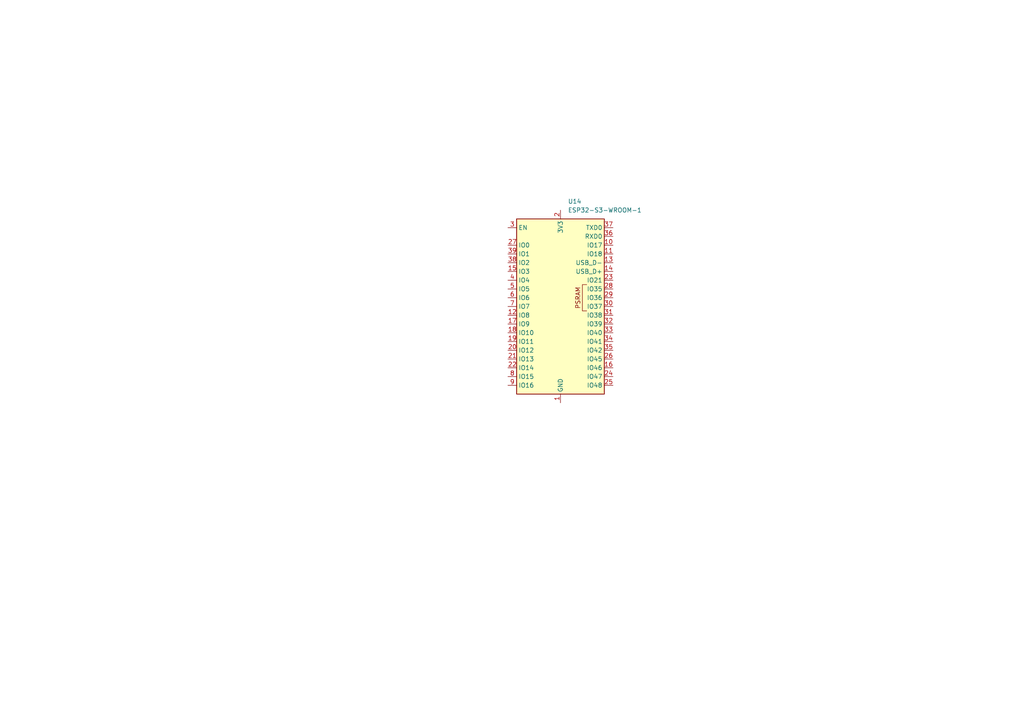
<source format=kicad_sch>
(kicad_sch (version 20250114) (generator "eeschema") (generator_version "9.0")
  (paper "A4")
  (lib_symbols
    (symbol "RF_Module:ESP32-S3-WROOM-1"
      (property "Reference" "U" (at -12.7 26.67 0))
      (property "Value" "ESP32-S3-WROOM-1" (at 12.7 26.67 0))
      (symbol "ESP32-S3-WROOM-1_0_0"
        (rectangle (start -12.7 25.4) (end 12.7 -25.4) (stroke (width 0.254)) (fill (type background)))
        (text "PSRAM" (at 5.08 2.54 900) (effects (font (size 1.27 1.27))))
      )
      (symbol "ESP32-S3-WROOM-1_0_1"
        (polyline (pts (xy 7.62 -1.27) (xy 6.35 -1.27) (xy 6.35 6.35) (xy 7.62 6.35)))
      )
      (symbol "ESP32-S3-WROOM-1_1_1"
        (pin input line (at -15.24 22.86 0) (length 2.54) (name "EN") (number "3"))
        (pin bidirectional line (at -15.24 17.78 0) (length 2.54) (name "IO0") (number "27"))
        (pin bidirectional line (at -15.24 15.24 0) (length 2.54) (name "IO1") (number "39"))
        (pin bidirectional line (at -15.24 12.7 0) (length 2.54) (name "IO2") (number "38"))
        (pin bidirectional line (at -15.24 10.16 0) (length 2.54) (name "IO3") (number "15"))
        (pin bidirectional line (at -15.24 7.62 0) (length 2.54) (name "IO4") (number "4"))
        (pin bidirectional line (at -15.24 5.08 0) (length 2.54) (name "IO5") (number "5"))
        (pin bidirectional line (at -15.24 2.54 0) (length 2.54) (name "IO6") (number "6"))
        (pin bidirectional line (at -15.24 0 0) (length 2.54) (name "IO7") (number "7"))
        (pin bidirectional line (at -15.24 -2.54 0) (length 2.54) (name "IO8") (number "12"))
        (pin bidirectional line (at -15.24 -5.08 0) (length 2.54) (name "IO9") (number "17"))
        (pin bidirectional line (at -15.24 -7.62 0) (length 2.54) (name "IO10") (number "18"))
        (pin bidirectional line (at -15.24 -10.16 0) (length 2.54) (name "IO11") (number "19"))
        (pin bidirectional line (at -15.24 -12.7 0) (length 2.54) (name "IO12") (number "20"))
        (pin bidirectional line (at -15.24 -15.24 0) (length 2.54) (name "IO13") (number "21"))
        (pin bidirectional line (at -15.24 -17.78 0) (length 2.54) (name "IO14") (number "22"))
        (pin bidirectional line (at -15.24 -20.32 0) (length 2.54) (name "IO15") (number "8"))
        (pin bidirectional line (at -15.24 -22.86 0) (length 2.54) (name "IO16") (number "9"))
        (pin power_in line (at 0 27.94 270) (length 2.54) (name "3V3") (number "2"))
        (pin power_in line (at 0 -27.94 90) (length 2.54) (name "GND") (number "1"))
        (pin passive line (at 0 -27.94 90) (length 2.54) (hide yes) (name "GND") (number "40"))
        (pin passive line (at 0 -27.94 90) (length 2.54) (hide yes) (name "GND") (number "41"))
        (pin bidirectional line (at 15.24 22.86 180) (length 2.54) (name "TXD0") (number "37"))
        (pin bidirectional line (at 15.24 20.32 180) (length 2.54) (name "RXD0") (number "36"))
        (pin bidirectional line (at 15.24 17.78 180) (length 2.54) (name "IO17") (number "10"))
        (pin bidirectional line (at 15.24 15.24 180) (length 2.54) (name "IO18") (number "11"))
        (pin bidirectional line (at 15.24 12.7 180) (length 2.54) (name "USB_D-") (number "13"))
        (pin bidirectional line (at 15.24 10.16 180) (length 2.54) (name "USB_D+") (number "14"))
        (pin bidirectional line (at 15.24 7.62 180) (length 2.54) (name "IO21") (number "23"))
        (pin bidirectional line (at 15.24 5.08 180) (length 2.54) (name "IO35") (number "28"))
        (pin bidirectional line (at 15.24 2.54 180) (length 2.54) (name "IO36") (number "29"))
        (pin bidirectional line (at 15.24 0 180) (length 2.54) (name "IO37") (number "30"))
        (pin bidirectional line (at 15.24 -2.54 180) (length 2.54) (name "IO38") (number "31"))
        (pin bidirectional line (at 15.24 -5.08 180) (length 2.54) (name "IO39") (number "32"))
        (pin bidirectional line (at 15.24 -7.62 180) (length 2.54) (name "IO40") (number "33"))
        (pin bidirectional line (at 15.24 -10.16 180) (length 2.54) (name "IO41") (number "34"))
        (pin bidirectional line (at 15.24 -12.7 180) (length 2.54) (name "IO42") (number "35"))
        (pin bidirectional line (at 15.24 -15.24 180) (length 2.54) (name "IO45") (number "26"))
        (pin bidirectional line (at 15.24 -17.78 180) (length 2.54) (name "IO46") (number "16"))
        (pin bidirectional line (at 15.24 -20.32 180) (length 2.54) (name "IO47") (number "24"))
        (pin bidirectional line (at 15.24 -22.86 180) (length 2.54) (name "IO48") (number "25"))
      )
    )
  )
  (symbol (lib_id "RF_Module:ESP32-S3-WROOM-1") (at 162.56 88.9 0) (unit 1)
    (property "Reference" "U14" (at 164.7033 58.42 0) (effects (justify left)))
    (property "Value" "ESP32-S3-WROOM-1" (at 164.7033 60.96 0) (effects (justify left)))
    (property "Footprint" "RF_Module:ESP32-S3-WROOM-1" (effects (hide yes)))
    (property "Datasheet" "https://www.espressif.com/sites/default/files/documentation/esp32-s3-wroom-1_wroom-1u_datasheet_en.pdf" (effects (hide yes)))
    (property "Description" "RF Module, ESP32-S3 SoC, Wi-Fi 802.11b/g/n, Bluetooth, BLE, 32-bit, 3.3V, onboard antenna, SMD" (effects (hide yes)))
  )
)
</source>
